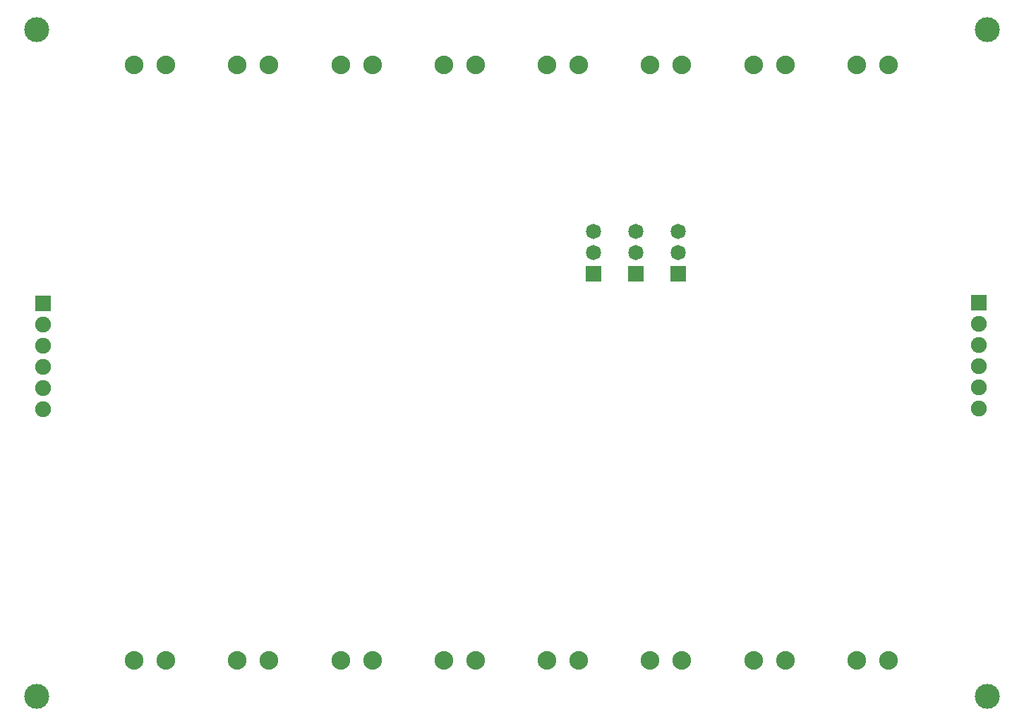
<source format=gbr>
G04 DipTrace 3.3.1.3*
G04 BottomMask.gbr*
%MOIN*%
G04 #@! TF.FileFunction,Soldermask,Bot*
G04 #@! TF.Part,Single*
%ADD33C,0.11811*%
%ADD44C,0.074969*%
%ADD46R,0.074969X0.074969*%
%ADD50C,0.07182*%
%ADD52R,0.07182X0.07182*%
%ADD58C,0.08804*%
%FSLAX26Y26*%
G04*
G70*
G90*
G75*
G01*
G04 BotMask*
%LPD*%
D58*
X1498134Y3493114D3*
X1648134D3*
X1987740Y3493134D3*
X2137740D3*
X2473134D3*
X2623134D3*
X2960634D3*
X3110634D3*
X3448134D3*
X3598134D3*
X3935634D3*
X4085634D3*
X4423134D3*
X4573134D3*
X1160614Y681480D3*
X1010614D3*
X1648134D3*
X1498134D3*
X2137740D3*
X1987740D3*
X2623134D3*
X2473134D3*
X3110614D3*
X2960614D3*
X3598134D3*
X3448134D3*
X4085614D3*
X3935614D3*
X4573134D3*
X4423134D3*
D52*
X3181500Y2506500D3*
D50*
Y2606500D3*
Y2706500D3*
D52*
X3381520Y2506480D3*
D50*
Y2606480D3*
Y2706480D3*
D52*
X3581520Y2506480D3*
D50*
Y2606480D3*
Y2706480D3*
D46*
X581500Y2369000D3*
D44*
Y2269000D3*
Y2169000D3*
Y2069000D3*
Y1969000D3*
Y1869000D3*
D46*
X4999660Y2370378D3*
D44*
Y2270378D3*
Y2170378D3*
Y2070378D3*
Y1970378D3*
Y1870378D3*
D58*
X1010634Y3493114D3*
X1160634D3*
D33*
X551480Y3661717D3*
X5039669D3*
X551480Y512110D3*
X5039669D3*
M02*

</source>
